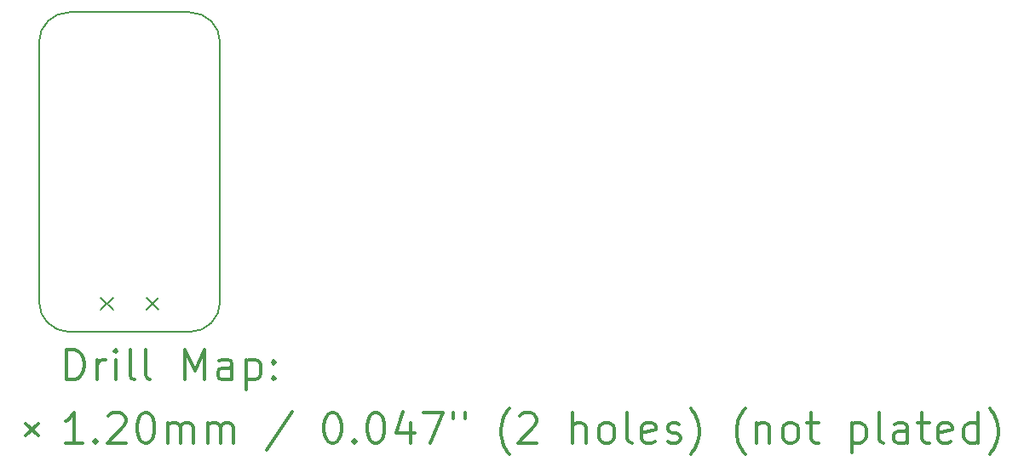
<source format=gbr>
%FSLAX45Y45*%
G04 Gerber Fmt 4.5, Leading zero omitted, Abs format (unit mm)*
G04 Created by KiCad (PCBNEW (5.1.5)-2) date 2020-02-06 19:09:14*
%MOMM*%
%LPD*%
G04 APERTURE LIST*
%TA.AperFunction,Profile*%
%ADD10C,0.200000*%
%TD*%
%ADD11C,0.200000*%
%ADD12C,0.300000*%
G04 APERTURE END LIST*
D10*
X13100000Y-8980000D02*
X13100000Y-6400000D01*
X14600000Y-9280000D02*
G75*
G03X14900000Y-8980000I0J300000D01*
G01*
X13100000Y-8980000D02*
G75*
G03X13400000Y-9280000I300000J0D01*
G01*
X14900000Y-6400000D02*
G75*
G03X14600000Y-6100000I-300000J0D01*
G01*
X13100000Y-6400000D02*
G75*
G02X13400000Y-6100000I300000J0D01*
G01*
X14900000Y-6400000D02*
X14900000Y-8980000D01*
X13400000Y-6100000D02*
X14600000Y-6100000D01*
X14600000Y-9280000D02*
X13400000Y-9280000D01*
D11*
X13715000Y-8940000D02*
X13835000Y-9060000D01*
X13835000Y-8940000D02*
X13715000Y-9060000D01*
X14165000Y-8940000D02*
X14285000Y-9060000D01*
X14285000Y-8940000D02*
X14165000Y-9060000D01*
D12*
X13376428Y-9755714D02*
X13376428Y-9455714D01*
X13447857Y-9455714D01*
X13490714Y-9470000D01*
X13519286Y-9498572D01*
X13533571Y-9527143D01*
X13547857Y-9584286D01*
X13547857Y-9627143D01*
X13533571Y-9684286D01*
X13519286Y-9712857D01*
X13490714Y-9741429D01*
X13447857Y-9755714D01*
X13376428Y-9755714D01*
X13676428Y-9755714D02*
X13676428Y-9555714D01*
X13676428Y-9612857D02*
X13690714Y-9584286D01*
X13705000Y-9570000D01*
X13733571Y-9555714D01*
X13762143Y-9555714D01*
X13862143Y-9755714D02*
X13862143Y-9555714D01*
X13862143Y-9455714D02*
X13847857Y-9470000D01*
X13862143Y-9484286D01*
X13876428Y-9470000D01*
X13862143Y-9455714D01*
X13862143Y-9484286D01*
X14047857Y-9755714D02*
X14019286Y-9741429D01*
X14005000Y-9712857D01*
X14005000Y-9455714D01*
X14205000Y-9755714D02*
X14176428Y-9741429D01*
X14162143Y-9712857D01*
X14162143Y-9455714D01*
X14547857Y-9755714D02*
X14547857Y-9455714D01*
X14647857Y-9670000D01*
X14747857Y-9455714D01*
X14747857Y-9755714D01*
X15019286Y-9755714D02*
X15019286Y-9598572D01*
X15005000Y-9570000D01*
X14976428Y-9555714D01*
X14919286Y-9555714D01*
X14890714Y-9570000D01*
X15019286Y-9741429D02*
X14990714Y-9755714D01*
X14919286Y-9755714D01*
X14890714Y-9741429D01*
X14876428Y-9712857D01*
X14876428Y-9684286D01*
X14890714Y-9655714D01*
X14919286Y-9641429D01*
X14990714Y-9641429D01*
X15019286Y-9627143D01*
X15162143Y-9555714D02*
X15162143Y-9855714D01*
X15162143Y-9570000D02*
X15190714Y-9555714D01*
X15247857Y-9555714D01*
X15276428Y-9570000D01*
X15290714Y-9584286D01*
X15305000Y-9612857D01*
X15305000Y-9698572D01*
X15290714Y-9727143D01*
X15276428Y-9741429D01*
X15247857Y-9755714D01*
X15190714Y-9755714D01*
X15162143Y-9741429D01*
X15433571Y-9727143D02*
X15447857Y-9741429D01*
X15433571Y-9755714D01*
X15419286Y-9741429D01*
X15433571Y-9727143D01*
X15433571Y-9755714D01*
X15433571Y-9570000D02*
X15447857Y-9584286D01*
X15433571Y-9598572D01*
X15419286Y-9584286D01*
X15433571Y-9570000D01*
X15433571Y-9598572D01*
X12970000Y-10190000D02*
X13090000Y-10310000D01*
X13090000Y-10190000D02*
X12970000Y-10310000D01*
X13533571Y-10385714D02*
X13362143Y-10385714D01*
X13447857Y-10385714D02*
X13447857Y-10085714D01*
X13419286Y-10128572D01*
X13390714Y-10157143D01*
X13362143Y-10171429D01*
X13662143Y-10357143D02*
X13676428Y-10371429D01*
X13662143Y-10385714D01*
X13647857Y-10371429D01*
X13662143Y-10357143D01*
X13662143Y-10385714D01*
X13790714Y-10114286D02*
X13805000Y-10100000D01*
X13833571Y-10085714D01*
X13905000Y-10085714D01*
X13933571Y-10100000D01*
X13947857Y-10114286D01*
X13962143Y-10142857D01*
X13962143Y-10171429D01*
X13947857Y-10214286D01*
X13776428Y-10385714D01*
X13962143Y-10385714D01*
X14147857Y-10085714D02*
X14176428Y-10085714D01*
X14205000Y-10100000D01*
X14219286Y-10114286D01*
X14233571Y-10142857D01*
X14247857Y-10200000D01*
X14247857Y-10271429D01*
X14233571Y-10328572D01*
X14219286Y-10357143D01*
X14205000Y-10371429D01*
X14176428Y-10385714D01*
X14147857Y-10385714D01*
X14119286Y-10371429D01*
X14105000Y-10357143D01*
X14090714Y-10328572D01*
X14076428Y-10271429D01*
X14076428Y-10200000D01*
X14090714Y-10142857D01*
X14105000Y-10114286D01*
X14119286Y-10100000D01*
X14147857Y-10085714D01*
X14376428Y-10385714D02*
X14376428Y-10185714D01*
X14376428Y-10214286D02*
X14390714Y-10200000D01*
X14419286Y-10185714D01*
X14462143Y-10185714D01*
X14490714Y-10200000D01*
X14505000Y-10228572D01*
X14505000Y-10385714D01*
X14505000Y-10228572D02*
X14519286Y-10200000D01*
X14547857Y-10185714D01*
X14590714Y-10185714D01*
X14619286Y-10200000D01*
X14633571Y-10228572D01*
X14633571Y-10385714D01*
X14776428Y-10385714D02*
X14776428Y-10185714D01*
X14776428Y-10214286D02*
X14790714Y-10200000D01*
X14819286Y-10185714D01*
X14862143Y-10185714D01*
X14890714Y-10200000D01*
X14905000Y-10228572D01*
X14905000Y-10385714D01*
X14905000Y-10228572D02*
X14919286Y-10200000D01*
X14947857Y-10185714D01*
X14990714Y-10185714D01*
X15019286Y-10200000D01*
X15033571Y-10228572D01*
X15033571Y-10385714D01*
X15619286Y-10071429D02*
X15362143Y-10457143D01*
X16005000Y-10085714D02*
X16033571Y-10085714D01*
X16062143Y-10100000D01*
X16076428Y-10114286D01*
X16090714Y-10142857D01*
X16105000Y-10200000D01*
X16105000Y-10271429D01*
X16090714Y-10328572D01*
X16076428Y-10357143D01*
X16062143Y-10371429D01*
X16033571Y-10385714D01*
X16005000Y-10385714D01*
X15976428Y-10371429D01*
X15962143Y-10357143D01*
X15947857Y-10328572D01*
X15933571Y-10271429D01*
X15933571Y-10200000D01*
X15947857Y-10142857D01*
X15962143Y-10114286D01*
X15976428Y-10100000D01*
X16005000Y-10085714D01*
X16233571Y-10357143D02*
X16247857Y-10371429D01*
X16233571Y-10385714D01*
X16219286Y-10371429D01*
X16233571Y-10357143D01*
X16233571Y-10385714D01*
X16433571Y-10085714D02*
X16462143Y-10085714D01*
X16490714Y-10100000D01*
X16505000Y-10114286D01*
X16519286Y-10142857D01*
X16533571Y-10200000D01*
X16533571Y-10271429D01*
X16519286Y-10328572D01*
X16505000Y-10357143D01*
X16490714Y-10371429D01*
X16462143Y-10385714D01*
X16433571Y-10385714D01*
X16405000Y-10371429D01*
X16390714Y-10357143D01*
X16376428Y-10328572D01*
X16362143Y-10271429D01*
X16362143Y-10200000D01*
X16376428Y-10142857D01*
X16390714Y-10114286D01*
X16405000Y-10100000D01*
X16433571Y-10085714D01*
X16790714Y-10185714D02*
X16790714Y-10385714D01*
X16719286Y-10071429D02*
X16647857Y-10285714D01*
X16833571Y-10285714D01*
X16919286Y-10085714D02*
X17119286Y-10085714D01*
X16990714Y-10385714D01*
X17219286Y-10085714D02*
X17219286Y-10142857D01*
X17333571Y-10085714D02*
X17333571Y-10142857D01*
X17776428Y-10500000D02*
X17762143Y-10485714D01*
X17733571Y-10442857D01*
X17719286Y-10414286D01*
X17705000Y-10371429D01*
X17690714Y-10300000D01*
X17690714Y-10242857D01*
X17705000Y-10171429D01*
X17719286Y-10128572D01*
X17733571Y-10100000D01*
X17762143Y-10057143D01*
X17776428Y-10042857D01*
X17876428Y-10114286D02*
X17890714Y-10100000D01*
X17919286Y-10085714D01*
X17990714Y-10085714D01*
X18019286Y-10100000D01*
X18033571Y-10114286D01*
X18047857Y-10142857D01*
X18047857Y-10171429D01*
X18033571Y-10214286D01*
X17862143Y-10385714D01*
X18047857Y-10385714D01*
X18405000Y-10385714D02*
X18405000Y-10085714D01*
X18533571Y-10385714D02*
X18533571Y-10228572D01*
X18519286Y-10200000D01*
X18490714Y-10185714D01*
X18447857Y-10185714D01*
X18419286Y-10200000D01*
X18405000Y-10214286D01*
X18719286Y-10385714D02*
X18690714Y-10371429D01*
X18676428Y-10357143D01*
X18662143Y-10328572D01*
X18662143Y-10242857D01*
X18676428Y-10214286D01*
X18690714Y-10200000D01*
X18719286Y-10185714D01*
X18762143Y-10185714D01*
X18790714Y-10200000D01*
X18805000Y-10214286D01*
X18819286Y-10242857D01*
X18819286Y-10328572D01*
X18805000Y-10357143D01*
X18790714Y-10371429D01*
X18762143Y-10385714D01*
X18719286Y-10385714D01*
X18990714Y-10385714D02*
X18962143Y-10371429D01*
X18947857Y-10342857D01*
X18947857Y-10085714D01*
X19219286Y-10371429D02*
X19190714Y-10385714D01*
X19133571Y-10385714D01*
X19105000Y-10371429D01*
X19090714Y-10342857D01*
X19090714Y-10228572D01*
X19105000Y-10200000D01*
X19133571Y-10185714D01*
X19190714Y-10185714D01*
X19219286Y-10200000D01*
X19233571Y-10228572D01*
X19233571Y-10257143D01*
X19090714Y-10285714D01*
X19347857Y-10371429D02*
X19376428Y-10385714D01*
X19433571Y-10385714D01*
X19462143Y-10371429D01*
X19476428Y-10342857D01*
X19476428Y-10328572D01*
X19462143Y-10300000D01*
X19433571Y-10285714D01*
X19390714Y-10285714D01*
X19362143Y-10271429D01*
X19347857Y-10242857D01*
X19347857Y-10228572D01*
X19362143Y-10200000D01*
X19390714Y-10185714D01*
X19433571Y-10185714D01*
X19462143Y-10200000D01*
X19576428Y-10500000D02*
X19590714Y-10485714D01*
X19619286Y-10442857D01*
X19633571Y-10414286D01*
X19647857Y-10371429D01*
X19662143Y-10300000D01*
X19662143Y-10242857D01*
X19647857Y-10171429D01*
X19633571Y-10128572D01*
X19619286Y-10100000D01*
X19590714Y-10057143D01*
X19576428Y-10042857D01*
X20119286Y-10500000D02*
X20105000Y-10485714D01*
X20076428Y-10442857D01*
X20062143Y-10414286D01*
X20047857Y-10371429D01*
X20033571Y-10300000D01*
X20033571Y-10242857D01*
X20047857Y-10171429D01*
X20062143Y-10128572D01*
X20076428Y-10100000D01*
X20105000Y-10057143D01*
X20119286Y-10042857D01*
X20233571Y-10185714D02*
X20233571Y-10385714D01*
X20233571Y-10214286D02*
X20247857Y-10200000D01*
X20276428Y-10185714D01*
X20319286Y-10185714D01*
X20347857Y-10200000D01*
X20362143Y-10228572D01*
X20362143Y-10385714D01*
X20547857Y-10385714D02*
X20519286Y-10371429D01*
X20505000Y-10357143D01*
X20490714Y-10328572D01*
X20490714Y-10242857D01*
X20505000Y-10214286D01*
X20519286Y-10200000D01*
X20547857Y-10185714D01*
X20590714Y-10185714D01*
X20619286Y-10200000D01*
X20633571Y-10214286D01*
X20647857Y-10242857D01*
X20647857Y-10328572D01*
X20633571Y-10357143D01*
X20619286Y-10371429D01*
X20590714Y-10385714D01*
X20547857Y-10385714D01*
X20733571Y-10185714D02*
X20847857Y-10185714D01*
X20776428Y-10085714D02*
X20776428Y-10342857D01*
X20790714Y-10371429D01*
X20819286Y-10385714D01*
X20847857Y-10385714D01*
X21176428Y-10185714D02*
X21176428Y-10485714D01*
X21176428Y-10200000D02*
X21205000Y-10185714D01*
X21262143Y-10185714D01*
X21290714Y-10200000D01*
X21305000Y-10214286D01*
X21319286Y-10242857D01*
X21319286Y-10328572D01*
X21305000Y-10357143D01*
X21290714Y-10371429D01*
X21262143Y-10385714D01*
X21205000Y-10385714D01*
X21176428Y-10371429D01*
X21490714Y-10385714D02*
X21462143Y-10371429D01*
X21447857Y-10342857D01*
X21447857Y-10085714D01*
X21733571Y-10385714D02*
X21733571Y-10228572D01*
X21719286Y-10200000D01*
X21690714Y-10185714D01*
X21633571Y-10185714D01*
X21605000Y-10200000D01*
X21733571Y-10371429D02*
X21705000Y-10385714D01*
X21633571Y-10385714D01*
X21605000Y-10371429D01*
X21590714Y-10342857D01*
X21590714Y-10314286D01*
X21605000Y-10285714D01*
X21633571Y-10271429D01*
X21705000Y-10271429D01*
X21733571Y-10257143D01*
X21833571Y-10185714D02*
X21947857Y-10185714D01*
X21876428Y-10085714D02*
X21876428Y-10342857D01*
X21890714Y-10371429D01*
X21919286Y-10385714D01*
X21947857Y-10385714D01*
X22162143Y-10371429D02*
X22133571Y-10385714D01*
X22076428Y-10385714D01*
X22047857Y-10371429D01*
X22033571Y-10342857D01*
X22033571Y-10228572D01*
X22047857Y-10200000D01*
X22076428Y-10185714D01*
X22133571Y-10185714D01*
X22162143Y-10200000D01*
X22176428Y-10228572D01*
X22176428Y-10257143D01*
X22033571Y-10285714D01*
X22433571Y-10385714D02*
X22433571Y-10085714D01*
X22433571Y-10371429D02*
X22405000Y-10385714D01*
X22347857Y-10385714D01*
X22319286Y-10371429D01*
X22305000Y-10357143D01*
X22290714Y-10328572D01*
X22290714Y-10242857D01*
X22305000Y-10214286D01*
X22319286Y-10200000D01*
X22347857Y-10185714D01*
X22405000Y-10185714D01*
X22433571Y-10200000D01*
X22547857Y-10500000D02*
X22562143Y-10485714D01*
X22590714Y-10442857D01*
X22605000Y-10414286D01*
X22619286Y-10371429D01*
X22633571Y-10300000D01*
X22633571Y-10242857D01*
X22619286Y-10171429D01*
X22605000Y-10128572D01*
X22590714Y-10100000D01*
X22562143Y-10057143D01*
X22547857Y-10042857D01*
M02*

</source>
